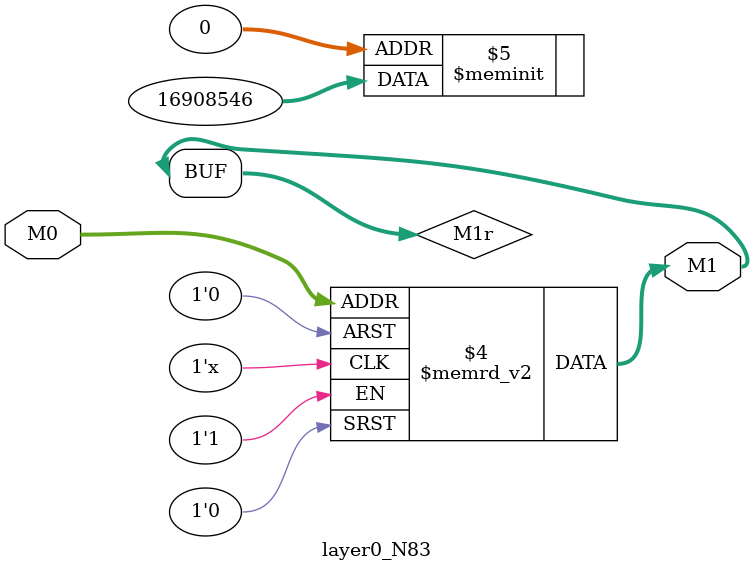
<source format=v>
module layer0_N83 ( input [3:0] M0, output [1:0] M1 );

	(*rom_style = "distributed" *) reg [1:0] M1r;
	assign M1 = M1r;
	always @ (M0) begin
		case (M0)
			4'b0000: M1r = 2'b10;
			4'b1000: M1r = 2'b10;
			4'b0100: M1r = 2'b01;
			4'b1100: M1r = 2'b01;
			4'b0010: M1r = 2'b00;
			4'b1010: M1r = 2'b00;
			4'b0110: M1r = 2'b00;
			4'b1110: M1r = 2'b00;
			4'b0001: M1r = 2'b00;
			4'b1001: M1r = 2'b00;
			4'b0101: M1r = 2'b00;
			4'b1101: M1r = 2'b00;
			4'b0011: M1r = 2'b00;
			4'b1011: M1r = 2'b00;
			4'b0111: M1r = 2'b00;
			4'b1111: M1r = 2'b00;

		endcase
	end
endmodule

</source>
